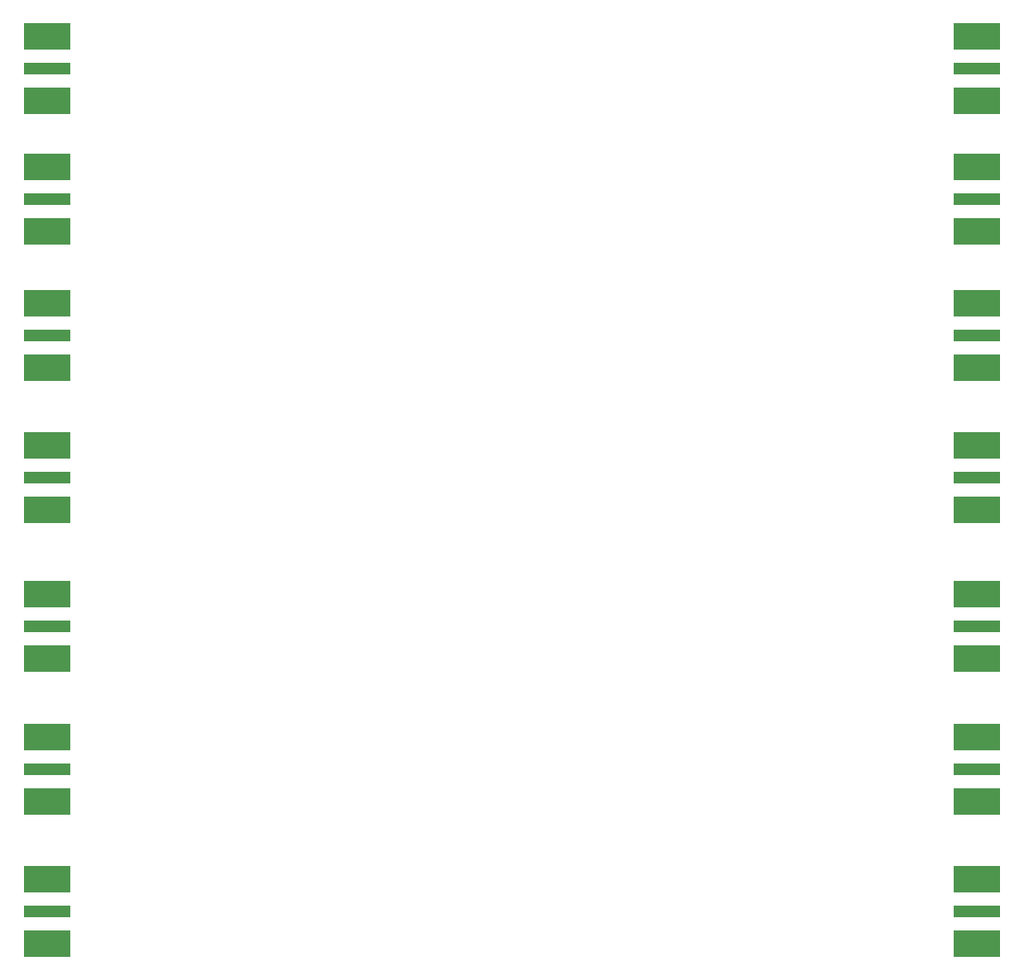
<source format=gts>
G04 EAGLE Gerber RS-274X export*
G75*
%MOMM*%
%FSLAX34Y34*%
%LPD*%
%INTop Solder Mask*%
%IPPOS*%
%AMOC8*
5,1,8,0,0,1.08239X$1,22.5*%
G01*
%ADD10R,4.699000X2.667000*%
%ADD11R,4.699000X1.143000*%
%ADD12C,0.681000*%


D10*
X974090Y102870D03*
X974090Y36830D03*
D11*
X974090Y69850D03*
D12*
X985520Y109220D03*
X960120Y109220D03*
X985520Y30480D03*
X960120Y30480D03*
X972820Y30480D03*
X972820Y109220D03*
D10*
X22860Y36830D03*
X22860Y102870D03*
D11*
X22860Y69850D03*
D12*
X11430Y30480D03*
X36830Y30480D03*
X11430Y109220D03*
X36830Y109220D03*
X24130Y109220D03*
X24130Y30480D03*
D10*
X974090Y248920D03*
X974090Y182880D03*
D11*
X974090Y215900D03*
D12*
X985520Y255270D03*
X960120Y255270D03*
X985520Y176530D03*
X960120Y176530D03*
X972820Y176530D03*
X972820Y255270D03*
D10*
X22860Y182880D03*
X22860Y248920D03*
D11*
X22860Y215900D03*
D12*
X11430Y176530D03*
X36830Y176530D03*
X11430Y255270D03*
X36830Y255270D03*
X24130Y255270D03*
X24130Y176530D03*
D10*
X974090Y547370D03*
X974090Y481330D03*
D11*
X974090Y514350D03*
D12*
X985520Y553720D03*
X960120Y553720D03*
X985520Y474980D03*
X960120Y474980D03*
X972820Y474980D03*
X972820Y553720D03*
D10*
X22860Y481330D03*
X22860Y547370D03*
D11*
X22860Y514350D03*
D12*
X11430Y474980D03*
X36830Y474980D03*
X11430Y553720D03*
X36830Y553720D03*
X24130Y553720D03*
X24130Y474980D03*
D10*
X974090Y693420D03*
X974090Y627380D03*
D11*
X974090Y660400D03*
D12*
X985520Y699770D03*
X960120Y699770D03*
X985520Y621030D03*
X960120Y621030D03*
X972820Y621030D03*
X972820Y699770D03*
D10*
X22860Y627380D03*
X22860Y693420D03*
D11*
X22860Y660400D03*
D12*
X11430Y621030D03*
X36830Y621030D03*
X11430Y699770D03*
X36830Y699770D03*
X24130Y699770D03*
X24130Y621030D03*
D10*
X22860Y767080D03*
X22860Y833120D03*
D11*
X22860Y800100D03*
D12*
X11430Y760730D03*
X36830Y760730D03*
X11430Y839470D03*
X36830Y839470D03*
X24130Y839470D03*
X24130Y760730D03*
D10*
X974090Y833120D03*
X974090Y767080D03*
D11*
X974090Y800100D03*
D12*
X985520Y839470D03*
X960120Y839470D03*
X985520Y760730D03*
X960120Y760730D03*
X972820Y760730D03*
X972820Y839470D03*
D10*
X22860Y900430D03*
X22860Y966470D03*
D11*
X22860Y933450D03*
D12*
X11430Y894080D03*
X36830Y894080D03*
X11430Y972820D03*
X36830Y972820D03*
X24130Y972820D03*
X24130Y894080D03*
D10*
X974090Y966470D03*
X974090Y900430D03*
D11*
X974090Y933450D03*
D12*
X985520Y972820D03*
X960120Y972820D03*
X985520Y894080D03*
X960120Y894080D03*
X972820Y894080D03*
X972820Y972820D03*
D10*
X22860Y328930D03*
X22860Y394970D03*
D11*
X22860Y361950D03*
D12*
X11430Y322580D03*
X36830Y322580D03*
X11430Y401320D03*
X36830Y401320D03*
X24130Y401320D03*
X24130Y322580D03*
D10*
X974090Y394970D03*
X974090Y328930D03*
D11*
X974090Y361950D03*
D12*
X985520Y401320D03*
X960120Y401320D03*
X985520Y322580D03*
X960120Y322580D03*
X972820Y322580D03*
X972820Y401320D03*
M02*

</source>
